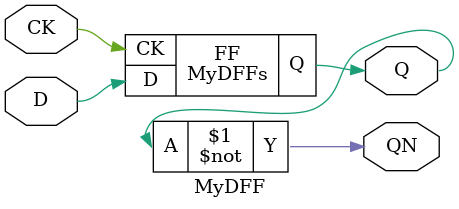
<source format=v>

module MyDFFs ( D, CK, Q);
  input  D, CK;
  output Q;

  DFF_X1 FF (.D(D), .CK(CK), .Q(Q), .QN());
  
endmodule

module MyDFF ( D, CK, Q, QN);
  input  D, CK;
  output Q, QN;
  
  MyDFFs FF (.D(D), .CK(CK), .Q(Q));
  assign QN = ~Q;

endmodule


</source>
